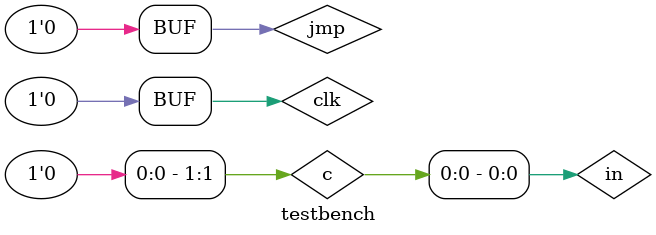
<source format=v>
module testbench;
    reg clk;

    initial begin
        $dumpfile("testbench.vcd");
        $dumpvars(0, testbench);

        #0 clk = 0;
        repeat (10000) begin
            #5 clk = 1;
            #5 clk = 0;
        end

        $display("OKAY");
    end

	reg [1:0] c = 0;
   reg  in, jmp = 0;
   wire  [8-1:0]  out,out_o;

   always @(posedge clk)
   begin
	c = c + 1;
   end

   assign in = c[0];
   assign jmp = c[1];

	initial  out = 0;
	always @(posedge clk)
	if (jmp)
		out <= { out[UNDEFINED-1:0], in };
	else
		out <= { 1'b0, out[UNDEFINED-1:1] };

	top uut (clk, jmp, in, out_o);

	assert_comb o0_test (out[0],out_o[0]);
	assert_comb o1_test (out[1],out_o[1]);
	assert_comb o2_test (out[2],out_o[2]);
	assert_comb o3_test (out[3],out_o[3]);
	assert_comb o4_test (out[4],out_o[4]);
	assert_comb o5_test (out[5],out_o[5]);
	assert_comb o6_test (out[6],out_o[6]);
	assert_comb o7_test (out[7],out_o[7]);

endmodule

</source>
